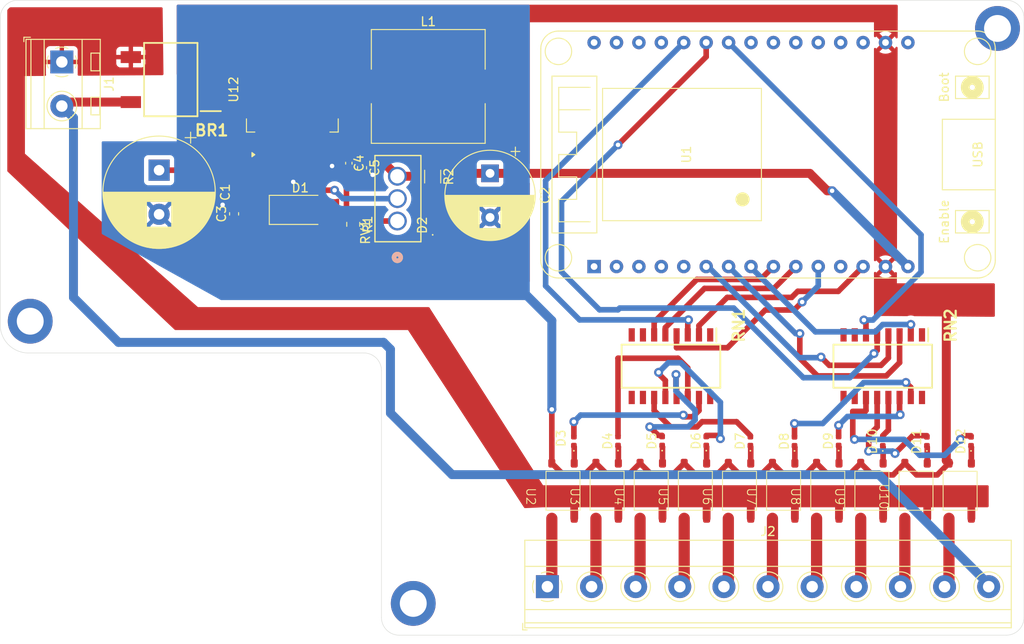
<source format=kicad_pcb>
(kicad_pcb (version 20240108) (generator "pcbnew") (generator_version "8.0")
  (layers (0 "F.Cu" signal) (31 "B.Cu" signal) (34 "B.Paste" user) (35 "F.Paste" user) (36 "B.SilkS" user "B.Silkscreen") (37 "F.SilkS" user "F.Silkscreen") (38 "B.Mask" user) (39 "F.Mask" user) (44 "Edge.Cuts" user))
  (net 0 "")
  (net 1 "VCC")
  (net 8 "Net-(C4-Pad2)")
  (net 9 "Net-(D2-A)")
  (net 21 "Net-(BR1-+)")
  (net 22 "Net-(D3-A)")
  (net 23 "Net-(D1-K)")
  (net 24 "Net-(J2-Pin_3)")
  (net 25 "Net-(J2-Pin_8)")
  (net 26 "Net-(J2-Pin_6)")
  (net 27 "Net-(J2-Pin_1)")
  (net 28 "Net-(J2-Pin_4)")
  (net 29 "Net-(J2-Pin_5)")
  (net 30 "Net-(J2-Pin_2)")
  (net 31 "Net-(J2-Pin_7)")
  (net 32 "Net-(J2-Pin_10)")
  (net 33 "Net-(J2-Pin_9)")
  (net 34 "Net-(D3-K)")
  (net 36 "Net-(D4-A)")
  (net 37 "Net-(U1-IO21)")
  (net 38 "Net-(U1-IO13)")
  (net 40 "Net-(U1-IO14)")
  (net 41 "Net-(U1-IO26)")
  (net 43 "Net-(U1-IO27)")
  (net 45 "Net-(D4-K)")
  (net 47 "Net-(D5-K)")
  (net 48 "Net-(D5-A)")
  (net 50 "Net-(D6-K)")
  (net 51 "Net-(D6-A)")
  (net 52 "Net-(D7-K)")
  (net 53 "Net-(U1-IO33)")
  (net 55 "Net-(U1-IO32)")
  (net 58 "Net-(D7-A)")
  (net 60 "Net-(U1-IO18)")
  (net 62 "Net-(D8-A)")
  (net 63 "Net-(U1-IO25)")
  (net 64 "Net-(D8-K)")
  (net 65 "Net-(U1-IO19)")
  (net 67 "GND")
  (net 68 "Net-(D9-A)")
  (net 69 "Net-(D9-K)")
  (net 70 "Net-(D10-A)")
  (net 71 "Net-(D10-K)")
  (net 72 "Net-(D11-A)")
  (net 73 "Net-(D11-K)")
  (net 74 "Net-(D12-K)")
  (net 75 "Net-(D12-A)")
  (net 76 "Net-(U12-FB)")
  (net 77 "GNDPWR")
  (net 78 "AC")
  (footprint "esp32_devkit_v1:esp32_devkit_v1" (layer "F.Cu") (at 164.29 97.5 90)
    (property "Reference" "U1")
    (property "Value" "ESP32_DevKit_V1_DOIT")
  )
  (footprint "LED_SMD:LED_0402_1005Metric" (layer "F.Cu") (at 162 130 90)
    (property "Reference" "D3")
    (property "Value" "LED")
  )
  (footprint "SSR:OR-M4XXA" (layer "F.Cu") (at 162.04 132.5 -90)
    (property "Reference" "U2")
    (property "Value" "~")
  )
  (footprint "LED_SMD:LED_0402_1005Metric" (layer "F.Cu") (at 192 129.985 90)
    (property "Reference" "D9")
    (property "Value" "LED")
  )
  (footprint "SSR:OR-M4XXA" (layer "F.Cu") (at 207.04 132.5 -90)
    (property "Reference" "U11" (hide yes))
    (property "Value" "~")
  )
  (footprint "Package_TO_SOT_SMD:TO-263-5_TabPin3" (layer "F.Cu") (at 130.1 90.125 90)
    (property "Reference" "U12")
    (property "Value" "LM2596S-ADJ")
  )
  (footprint "TerminalBlock_MetzConnect:TerminalBlock_MetzConnect_Type094_RT03502HBLU_1x02_P5.00mm_Horizontal" (layer "F.Cu") (at 103.98 87 -90)
    (property "Reference" "J1")
    (property "Value" "Screw_Terminal_01x02")
  )
  (footprint "LED_SMD:LED_0402_1005Metric" (layer "F.Cu") (at 182 130 90)
    (property "Reference" "D7")
    (property "Value" "LED")
  )
  (footprint "TerminalBlock_Phoenix:TerminalBlock_Phoenix_MKDS-1,5-11_1x11_P5.00mm_Horizontal" (layer "F.Cu") (at 159 146.5)
    (property "Reference" "J2")
    (property "Value" "Screw_Terminal_01x11")
  )
  (footprint "Resistor_SMD:R_0805_2012Metric" (layer "F.Cu") (at 137 105.4125 -90)
    (property "Reference" "R1")
    (property "Value" "510")
  )
  (footprint "Capacitor_THT:CP_Radial_D12.5mm_P5.00mm" (layer "F.Cu") (at 115 99.275 -90)
    (property "Reference" "C1")
    (property "Value" "1000 uF")
  )
  (footprint "SSR:OR-M4XXA" (layer "F.Cu") (at 202.04 132.5 -90)
    (property "Reference" "U10")
    (property "Value" "~")
  )
  (footprint "LED_SMD:LED_0402_1005Metric" (layer "F.Cu") (at 167 129.985 90)
    (property "Reference" "D4")
    (property "Value" "LED")
  )
  (footprint "LED_SMD:LED_0402_1005Metric" (layer "F.Cu") (at 187 130.015 90)
    (property "Reference" "D8")
    (property "Value" "LED")
  )
  (footprint "LED_SMD:LED_0402_1005Metric" (layer "F.Cu") (at 177 129.985 90)
    (property "Reference" "D6")
    (property "Value" "LED")
  )
  (footprint "Bridge_rectifier:SOP510P1040X260-4N" (layer "F.Cu") (at 116.325 89 180)
    (property "Reference" "BR1")
    (property "Value" "DF04S" (hide yes))
  )
  (footprint "Capacitor_SMD:C_0402_1005Metric" (layer "F.Cu") (at 136.5 98.48 -90)
    (property "Reference" "C4")
    (property "Value" "0.0033uF")
  )
  (footprint "LED_SMD:LED_0402_1005Metric" (layer "F.Cu") (at 207 130.015 90)
    (property "Reference" "D12")
    (property "Value" "LED")
  )
  (footprint "Resistor_Network:SOIC127P762X240-16N" (layer "F.Cu") (at 197 121.5 -90)
    (property "Reference" "RN2")
    (property "Value" "4816P-T02-681LF" (hide yes))
  )
  (footprint "Capacitor_SMD:C_0603_1608Metric" (layer "F.Cu") (at 138 99 -90)
    (property "Reference" "C5")
    (property "Value" "0.1uF")
  )
  (footprint "LED_SMD:LED_0402_1005Metric" (layer "F.Cu") (at 202 130.015 90)
    (property "Reference" "D11")
    (property "Value" "LED")
  )
  (footprint "LED_SMD:LED_0402_1005Metric" (layer "F.Cu") (at 146 105.515 90)
    (property "Reference" "D2")
    (property "Value" "LED")
  )
  (footprint "Inductor_SMD:L_Vishay_IHLP-5050" (layer "F.Cu") (at 145.5 89.775)
    (property "Reference" "L1")
    (property "Value" "33uH")
  )
  (footprint "Resistor_Network:SOIC127P762X240-16N" (layer "F.Cu") (at 173 121.5 -90)
    (property "Reference" "RN1")
    (property "Value" "4816P-T02-681LF" (hide yes))
  )
  (footprint "LED_SMD:LED_0402_1005Metric" (layer "F.Cu") (at 197 130.015 90)
    (property "Reference" "D10")
    (property "Value" "LED")
  )
  (footprint "Capacitor_THT:CP_Radial_D10.0mm_P5.00mm" (layer "F.Cu") (at 152.5 99.6323 -90)
    (property "Reference" "C2")
    (property "Value" "220uF")
  )
  (footprint "Capacitor_SMD:C_0603_1608Metric" (layer "F.Cu") (at 123.5 104.225 90)
    (property "Reference" "C3")
    (property "Value" "0.1uF")
  )
  (footprint "SSR:OR-M4XXA" (layer "F.Cu") (at 187.04 132.5 -90)
    (property "Reference" "U7")
    (property "Value" "~")
  )
  (footprint "SSR:OR-M4XXA" (layer "F.Cu") (at 172.04 132.5 -90)
    (property "Reference" "U4")
    (property "Value" "~")
  )
  (footprint "Resistor_SMD:R_1206_3216Metric" (layer "F.Cu") (at 146 100 -90)
    (property "Reference" "R2")
    (property "Value" "1k")
  )
  (footprint "SSR:OR-M4XXA" (layer "F.Cu") (at 197.04 132.5 -90)
    (property "Reference" "U9")
    (property "Value" "~")
  )
  (footprint "SSR:OR-M4XXA" (layer "F.Cu") (at 182.04 132.5 -90)
    (property "Reference" "U6")
    (property "Value" "~")
  )
  (footprint "SSR:OR-M4XXA" (layer "F.Cu") (at 177.04 132.5 -90)
    (property "Reference" "U5")
    (property "Value" "~")
  )
  (footprint "Potentiometer:RES3_PV36W103C01B00_BRN" (layer "F.Cu") (at 142 105.04 90)
    (property "Reference" "RV1")
    (property "Value" "10k")
  )
  (footprint "SSR:OR-M4XXA" (layer "F.Cu") (at 192.04 132.5 -90)
    (property "Reference" "U8")
    (property "Value" "~")
  )
  (footprint "Diode_SMD:D_SMA" (layer "F.Cu") (at 131 103.775)
    (property "Reference" "D1")
    (property "Value" "SS34")
  )
  (footprint "LED_SMD:LED_0402_1005Metric" (layer "F.Cu") (at 172 129.985 90)
    (property "Reference" "D5")
    (property "Value" "LED")
  )
  (footprint "SSR:OR-M4XXA" (layer "F.Cu") (at 167.04 132.5 -90)
    (property "Reference" "U3")
    (property "Value" "~")
  )
  (gr_line (start 140.2 122) (end 140.2 150) (stroke (width 0.05)) (layer "Edge.Cuts"))
  (gr_arc (start 138.2 120) (mid 139.614214 120.585786) (end 140.2 122) (stroke (width 0.05)) (layer "Edge.Cuts"))
  (gr_line (start 99 80) (end 211 80) (stroke (width 0.05)) (layer "Edge.Cuts"))
  (gr_arc (start 97 82) (mid 97.585786 80.585786) (end 99 80) (stroke (width 0.05)) (layer "Edge.Cuts"))
  (gr_line (start 100.2 120) (end 138.2 120) (stroke (width 0.05)) (layer "Edge.Cuts"))
  (gr_arc (start 142.2 152) (mid 140.785786 151.414214) (end 140.2 150) (stroke (width 0.05)) (layer "Edge.Cuts"))
  (gr_line (start 97 116.8) (end 97 82) (stroke (width 0.05)) (layer "Edge.Cuts"))
  (gr_arc (start 213 150) (mid 212.414214 151.414214) (end 211 152) (stroke (width 0.05)) (layer "Edge.Cuts"))
  (gr_arc (start 100.2 120) (mid 97.937258 119.062742) (end 97 116.8) (stroke (width 0.05)) (layer "Edge.Cuts"))
  (gr_arc (start 211 80) (mid 212.414214 80.585786) (end 213 82) (stroke (width 0.05)) (layer "Edge.Cuts"))
  (gr_line (start 213 82) (end 213 150) (stroke (width 0.05)) (layer "Edge.Cuts"))
  (gr_line (start 211 152) (end 155 152) (stroke (width 0.05)) (layer "Edge.Cuts"))
  (gr_line (start 155 152) (end 142.2 152) (stroke (width 0.05)) (layer "Edge.Cuts"))
  (via (at 143.8 148.4) (size 5.08) (drill 3.048) (layers "F.Cu" "B.Cu") (net 0))
  (via (at 100.4 116.4) (size 5.08) (drill 3.048) (layers "F.Cu" "B.Cu") (net 0))
  (via (at 210 83.2) (size 5.08) (drill 3.048) (layers "F.Cu" "B.Cu") (net 0))
  (segment (start 152.5 99.6323) (end 147.095 99.6323) (width 1.016) (layer "F.Cu") (net 1))
  (segment (start 139.44 97.4) (end 142 99.96) (width 1.016) (layer "F.Cu") (net 1))
  (segment (start 188.7298 99.6323) (end 152.5 99.6323) (width 1.016) (layer "F.Cu") (net 1))
  (segment (start 144.578 99.96) (end 142 99.96) (width 1.016) (layer "F.Cu") (net 1))
  (segment (start 190.7059 101.6084) (end 191.2584 101.6084) (width 1.016) (layer "F.Cu") (net 1))
  (segment (start 136.5 98) (end 136.5 97.7) (width 1.016) (layer "F.Cu") (net 1))
  (segment (start 151.215 89.775) (end 151.215 93.3225) (width 1.016) (layer "F.Cu") (net 1))
  (segment (start 151.215 93.3225) (end 146 98.5375) (width 1.016) (layer "F.Cu") (net 1))
  (segment (start 137.754 97.9791) (end 138 98.225) (width 1.016) (layer "F.Cu") (net 1))
  (segment (start 137.754 97.954) (end 137.754 97.9791) (width 1.016) (layer "F.Cu") (net 1))
  (segment (start 137 97.2) (end 137.754 97.954) (width 1.016) (layer "F.Cu") (net 1))
  (segment (start 188.7298 99.6323) (end 190.7059 101.6084) (width 1.016) (layer "F.Cu") (net 1))
  (segment (start 136.5 97.7) (end 137 97.2) (width 1.016) (layer "F.Cu") (net 1))
  (segment (start 137.754 97.9791) (end 138.3331 97.4) (width 1.016) (layer "F.Cu") (net 1))
  (segment (start 147.095 99.6323) (end 146 98.5375) (width 1.016) (layer "F.Cu") (net 1))
  (segment (start 138.3331 97.4) (end 139.44 97.4) (width 1.016) (layer "F.Cu") (net 1))
  (segment (start 146 98.5375) (end 144.578 99.96) (width 1.016) (layer "F.Cu") (net 1))
  (segment (start 137.511 97.9791) (end 137.754 97.9791) (width 1.016) (layer "F.Cu") (net 1))
  (via (at 191.2584 101.6084) (size 1.016) (drill 0.508) (layers "F.Cu" "B.Cu") (net 1))
  (segment (start 191.2584 101.6084) (end 199.85 110.2) (width 1.016) (layer "B.Cu") (net 1))
  (segment (start 142 105.04) (end 137.54 105.04) (width 0.635) (layer "F.Cu") (net 8))
  (segment (start 136.232 99.2283) (end 136.232 103.732) (width 0.635) (layer "F.Cu") (net 8))
  (segment (start 136.232 99.2283) (end 136.5 98.96) (width 0.5608) (layer "F.Cu") (net 8))
  (segment (start 137.54 105.04) (end 137 104.5) (width 0.635) (layer "F.Cu") (net 8))
  (segment (start 136.232 103.732) (end 137 104.5) (width 0.635) (layer "F.Cu") (net 8))
  (segment (start 146 101.4625) (end 146 104.8795) (width 0.635) (layer "F.Cu") (net 9))
  (segment (start 117.09 99.3854) (end 117.09 100.89) (width 0.635) (layer "F.Cu") (net 21))
  (segment (start 116.98 99.275) (end 117.09 99.3854) (width 0.635) (layer "F.Cu") (net 21))
  (segment (start 115 99.275) (end 116.98 99.275) (width 0.635) (layer "F.Cu") (net 21))
  (segment (start 117.09 100.89) (end 121.2 105) (width 0.635) (layer "F.Cu") (net 21))
  (segment (start 121.2 105) (end 123.5 105) (width 0.635) (layer "F.Cu") (net 21))
  (segment (start 122.7 91.55) (end 122.7 93.7752) (width 0.635) (layer "F.Cu") (net 21))
  (segment (start 122.7 93.7752) (end 117.09 99.3854) (width 0.635) (layer "F.Cu") (net 21))
  (segment (start 120.85 91.55) (end 122.7 91.55) (width 0.635) (layer "F.Cu") (net 21))
  (segment (start 122.7 93.7752) (end 126.7 97.775) (width 0.635) (layer "F.Cu") (net 21))
  (segment (start 174.5905 127.2365) (end 174.4 127.046) (width 0.635) (layer "F.Cu") (net 22))
  (segment (start 175.47 127.2365) (end 174.5905 127.2365) (width 0.635) (layer "F.Cu") (net 22))
  (segment (start 162 127.8) (end 162 129.3645) (width 0.635) (layer "F.Cu") (net 22))
  (segment (start 176.175 126.5315) (end 175.47 127.2365) (width 0.635) (layer "F.Cu") (net 22))
  (segment (start 176.175 125.048) (end 176.175 126.5315) (width 0.635) (layer "F.Cu") (net 22))
  (via (at 174.4 127.046) (size 1.016) (drill 0.508) (layers "F.Cu" "B.Cu") (net 22))
  (via (at 162 127.8) (size 1.016) (drill 0.508) (layers "F.Cu" "B.Cu") (net 22))
  (segment (start 162.754 127.046) (end 162 127.8) (width 0.635) (layer "B.Cu") (net 22))
  (segment (start 174.4 127.046) (end 162.754 127.046) (width 0.635) (layer "B.Cu") (net 22))
  (segment (start 137.419 94.4908) (end 129.270464 94.4908) (width 0.635) (layer "F.Cu") (net 23))
  (segment (start 128.4 95.361264) (end 128.4 97.775) (width 0.635) (layer "F.Cu") (net 23))
  (segment (start 128.4 103.175) (end 128.4 97.775) (width 0.635) (layer "F.Cu") (net 23))
  (segment (start 129 103.775) (end 128.4 103.175) (width 0.635) (layer "F.Cu") (net 23))
  (segment (start 129.270464 94.4908) (end 128.4 95.361264) (width 0.635) (layer "F.Cu") (net 23))
  (segment (start 139.785 92.1252) (end 137.419 94.4908) (width 0.635) (layer "F.Cu") (net 23))
  (segment (start 139.785 89.775) (end 139.785 92.1252) (width 0.635) (layer "F.Cu") (net 23))
  (segment (start 169.5 146.5) (end 169.5 138.75) (width 1.27) (layer "F.Cu") (net 24))
  (segment (start 194.5 146.5) (end 194.5 138.75) (width 1.27) (layer "F.Cu") (net 25))
  (segment (start 184.5 146.5) (end 184.5 138.75) (width 1.27) (layer "F.Cu") (net 26))
  (segment (start 159.5 146.5) (end 159.5 138.75) (width 1.27) (layer "F.Cu") (net 27))
  (segment (start 174.5 146.5) (end 174.5 138.75) (width 1.27) (layer "F.Cu") (net 28))
  (segment (start 179.5 146.5) (end 179.5 138.75) (width 1.27) (layer "F.Cu") (net 29))
  (segment (start 164.5 146.5) (end 164.5 138.75) (width 1.27) (layer "F.Cu") (net 30))
  (segment (start 189.5 146.5) (end 189.5 138.75) (width 1.27) (layer "F.Cu") (net 31))
  (segment (start 204.5 146.5) (end 204.5 138.75) (width 1.27) (layer "F.Cu") (net 32))
  (segment (start 199.5 146.5) (end 199.5 138.75) (width 1.27) (layer "F.Cu") (net 33))
  (segment (start 162.04 130.6755) (end 162 130.6355) (width 0.635) (layer "F.Cu") (net 34))
  (segment (start 162.04 132.5) (end 162.04 130.6755) (width 0.635) (layer "F.Cu") (net 34))
  (segment (start 167 120.6) (end 167 129.3495) (width 0.635) (layer "F.Cu") (net 36))
  (segment (start 174.905 121.705) (end 173.8 120.6) (width 0.635) (layer "F.Cu") (net 36))
  (segment (start 173.8 120.6) (end 167 120.6) (width 0.635) (layer "F.Cu") (net 36))
  (segment (start 174.905 125.048) (end 174.905 121.705) (width 0.635) (layer "F.Cu") (net 36))
  (segment (start 174.905 116.325) (end 174.905 117.952) (width 0.635) (layer "F.Cu") (net 37))
  (segment (start 174.985 116.245) (end 174.905 116.325) (width 0.635) (layer "F.Cu") (net 37))
  (via (at 174.985 116.245) (size 1.016) (drill 0.508) (layers "F.Cu" "B.Cu") (net 37))
  (segment (start 158.8 112.4) (end 162.645 116.245) (width 0.635) (layer "B.Cu") (net 37))
  (segment (start 158.8 100.45) (end 158.8 112.4) (width 0.635) (layer "B.Cu") (net 37))
  (segment (start 162.645 116.245) (end 174.985 116.245) (width 0.635) (layer "B.Cu") (net 37))
  (segment (start 174.45 84.8) (end 158.8 100.45) (width 0.635) (layer "B.Cu") (net 37))
  (segment (start 179.375 113.698) (end 176.175 116.898) (width 0.635) (layer "F.Cu") (net 38))
  (segment (start 191.96 113.01) (end 187.366 113.01) (width 0.635) (layer "F.Cu") (net 38))
  (segment (start 187.366 113.01) (end 186.679 113.698) (width 0.635) (layer "F.Cu") (net 38))
  (segment (start 194.77 110.2) (end 191.96 113.01) (width 0.635) (layer "F.Cu") (net 38))
  (segment (start 186.679 113.698) (end 179.375 113.698) (width 0.635) (layer "F.Cu") (net 38))
  (segment (start 176.175 116.898) (end 176.175 117.952) (width 0.635) (layer "F.Cu") (net 38))
  (segment (start 183.688 115.128) (end 186.957 115.128) (width 0.635) (layer "F.Cu") (net 40))
  (segment (start 186.957 115.128) (end 187.867 114.218) (width 0.635) (layer "F.Cu") (net 40))
  (segment (start 173.635 117.952) (end 173.635 119.405) (width 0.635) (layer "F.Cu") (net 40))
  (segment (start 179.412 119.405) (end 183.688 115.128) (width 0.635) (layer "F.Cu") (net 40))
  (segment (start 173.635 119.405) (end 179.412 119.405) (width 0.635) (layer "F.Cu") (net 40))
  (via (at 187.867 114.218) (size 1.016) (drill 0.508) (layers "F.Cu" "B.Cu") (net 40))
  (segment (start 189.69 112.395) (end 187.867 114.218) (width 0.635) (layer "B.Cu") (net 40))
  (segment (start 189.69 110.2) (end 189.69 112.395) (width 0.635) (layer "B.Cu") (net 40))
  (segment (start 183.148 111.662) (end 175.932 111.662) (width 0.635) (layer "F.Cu") (net 41))
  (segment (start 175.932 111.662) (end 171.095 116.499) (width 0.635) (layer "F.Cu") (net 41))
  (segment (start 171.095 116.499) (end 171.095 117.952) (width 0.635) (layer "F.Cu") (net 41))
  (segment (start 184.61 110.2) (end 183.148 111.662) (width 0.635) (layer "F.Cu") (net 41))
  (segment (start 187.15 110.2) (end 184.67 112.68) (width 0.635) (layer "F.Cu") (net 43))
  (segment (start 176.803 112.68) (end 172.365 117.118) (width 0.635) (layer "F.Cu") (net 43))
  (segment (start 184.67 112.68) (end 176.803 112.68) (width 0.635) (layer "F.Cu") (net 43))
  (segment (start 172.365 117.118) (end 172.365 117.952) (width 0.635) (layer "F.Cu") (net 43))
  (segment (start 167.04 130.6605) (end 167 130.6205) (width 0.635) (layer "F.Cu") (net 45))
  (segment (start 167.04 132.5) (end 167.04 130.6605) (width 0.635) (layer "F.Cu") (net 45))
  (segment (start 172.04 130.6605) (end 172 130.6205) (width 0.635) (layer "F.Cu") (net 47))
  (segment (start 172.04 132.5) (end 172.04 130.6605) (width 0.635) (layer "F.Cu") (net 47))
  (segment (start 173.5715 122.442927) (end 173.5715 123.9715) (width 0.635) (layer "F.Cu") (net 48))
  (segment (start 173.5715 123.9715) (end 173.635 124.035) (width 0.635) (layer "F.Cu") (net 48))
  (segment (start 170.6 128.3795) (end 171.57 129.3495) (width 0.635) (layer "F.Cu") (net 48))
  (segment (start 173.635 124.035) (end 173.635 125.048) (width 0.635) (layer "F.Cu") (net 48))
  (segment (start 171.57 129.3495) (end 172 129.3495) (width 0.635) (layer "F.Cu") (net 48))
  (via (at 170.6 128.3795) (size 1.016) (drill 0.508) (layers "F.Cu" "B.Cu") (net 48))
  (via (at 173.5715 122.442927) (size 1.016) (drill 0.508) (layers "F.Cu" "B.Cu") (net 48))
  (segment (start 174.952354 128.3795) (end 170.6 128.3795) (width 0.635) (layer "B.Cu") (net 48))
  (segment (start 175.7335 126.493646) (end 175.7335 127.598354) (width 0.635) (layer "B.Cu") (net 48))
  (segment (start 175.7335 127.598354) (end 174.952354 128.3795) (width 0.635) (layer "B.Cu") (net 48))
  (segment (start 173.5715 124.331646) (end 175.7335 126.493646) (width 0.635) (layer "B.Cu") (net 48))
  (segment (start 173.5715 122.442927) (end 173.5715 124.331646) (width 0.635) (layer "B.Cu") (net 48))
  (segment (start 177.04 130.6605) (end 177 130.6205) (width 0.635) (layer "F.Cu") (net 50))
  (segment (start 177.04 132.5) (end 177.04 130.6605) (width 0.635) (layer "F.Cu") (net 50))
  (segment (start 178.2365 129.3495) (end 177 129.3495) (width 0.635) (layer "F.Cu") (net 51))
  (segment (start 172.365 125.048) (end 172.365 123.122281) (width 0.635) (layer "F.Cu") (net 51))
  (segment (start 178.6 129.713) (end 178.2365 129.3495) (width 0.635) (layer "F.Cu") (net 51))
  (segment (start 171.6 122.357281) (end 171.6 122.2) (width 0.635) (layer "F.Cu") (net 51))
  (segment (start 172.365 123.122281) (end 171.6 122.357281) (width 0.635) (layer "F.Cu") (net 51))
  (via (at 178.6 129.713) (size 1.016) (drill 0.508) (layers "F.Cu" "B.Cu") (net 51))
  (via (at 171.6 122.2) (size 1.016) (drill 0.508) (layers "F.Cu" "B.Cu") (net 51))
  (segment (start 172.690573 121.109427) (end 171.6 122.2) (width 0.635) (layer "B.Cu") (net 51))
  (segment (start 178.6 129.713) (end 178.6 125.585573) (width 0.635) (layer "B.Cu") (net 51))
  (segment (start 178.6 125.585573) (end 174.123854 121.109427) (width 0.635) (layer "B.Cu") (net 51))
  (segment (start 174.123854 121.109427) (end 172.690573 121.109427) (width 0.635) (layer "B.Cu") (net 51))
  (segment (start 182.04 130.6755) (end 182 130.6355) (width 0.635) (layer "F.Cu") (net 52))
  (segment (start 182.04 132.5) (end 182.04 130.6755) (width 0.635) (layer "F.Cu") (net 52))
  (segment (start 187.6 117.8) (end 187.6 120.6) (width 0.635) (layer "F.Cu") (net 53))
  (segment (start 197.4 122.6) (end 198.905 121.095) (width 0.635) (layer "F.Cu") (net 53))
  (segment (start 187.6 120.6) (end 189.6 122.6) (width 0.635) (layer "F.Cu") (net 53))
  (segment (start 198.905 121.095) (end 198.905 117.952) (width 0.635) (layer "F.Cu") (net 53))
  (segment (start 189.6 122.6) (end 197.4 122.6) (width 0.635) (layer "F.Cu") (net 53))
  (via (at 187.6 117.8) (size 1.016) (drill 0.508) (layers "F.Cu" "B.Cu") (net 53))
  (segment (start 187.6 117.8) (end 187.13 117.8) (width 0.635) (layer "B.Cu") (net 53))
  (segment (start 187.13 117.8) (end 179.53 110.2) (width 0.635) (layer "B.Cu") (net 53))
  (segment (start 197.635 120.565) (end 197.635 117.952) (width 0.635) (layer "F.Cu") (net 55))
  (segment (start 196.8 121.4) (end 197.635 120.565) (width 0.635) (layer "F.Cu") (net 55))
  (segment (start 190.9335 121.4) (end 196.8 121.4) (width 0.635) (layer "F.Cu") (net 55))
  (segment (start 190 120.4665) (end 190.9335 121.4) (width 0.635) (layer "F.Cu") (net 55))
  (via (at 190 120.4665) (size 1.016) (drill 0.508) (layers "F.Cu" "B.Cu") (net 55))
  (segment (start 189.9345 120.532) (end 187.532 120.532) (width 0.635) (layer "B.Cu") (net 55))
  (segment (start 190 120.4665) (end 189.9345 120.532) (width 0.635) (layer "B.Cu") (net 55))
  (segment (start 187.532 120.532) (end 177.2 110.2) (width 0.635) (layer "B.Cu") (net 55))
  (segment (start 177.2 110.2) (end 176.99 110.2) (width 0.635) (layer "B.Cu") (net 55))
  (segment (start 171.095 126.5315) (end 172.943 128.3795) (width 0.635) (layer "F.Cu") (net 58))
  (segment (start 180.4355 127.8) (end 182 129.3645) (width 0.635) (layer "F.Cu") (net 58))
  (segment (start 175.943446 128.3795) (end 176.522946 127.8) (width 0.635) (layer "F.Cu") (net 58))
  (segment (start 171.095 125.048) (end 171.095 126.5315) (width 0.635) (layer "F.Cu") (net 58))
  (segment (start 172.943 128.3795) (end 175.943446 128.3795) (width 0.635) (layer "F.Cu") (net 58))
  (segment (start 176.522946 127.8) (end 180.4355 127.8) (width 0.635) (layer "F.Cu") (net 58))
  (segment (start 195.095 117.952) (end 195.095 116.4993) (width 0.635) (layer "F.Cu") (net 60))
  (segment (start 194.8619 116.2662) (end 195.095 116.4993) (width 0.635) (layer "F.Cu") (net 60))
  (via (at 194.8619 116.2662) (size 1.016) (drill 0.508) (layers "F.Cu" "B.Cu") (net 60))
  (segment (start 195.8864 116.2661) (end 194.8619 116.2661) (width 0.635) (layer "B.Cu") (net 60))
  (segment (start 194.8619 116.2661) (end 194.8619 116.2662) (width 0.635) (layer "B.Cu") (net 60))
  (segment (start 201.3323 110.8202) (end 195.8864 116.2661) (width 0.635) (layer "B.Cu") (net 60))
  (segment (start 201.3323 106.6023) (end 201.3323 110.8202) (width 0.635) (layer "B.Cu") (net 60))
  (segment (start 179.53 84.8) (end 201.3323 106.6023) (width 0.635) (layer "B.Cu") (net 60))
  (segment (start 200.175 123.902169) (end 199.620255 123.347424) (width 0.635) (layer "F.Cu") (net 62))
  (segment (start 187 128) (end 187 129.3795) (width 0.635) (layer "F.Cu") (net 62))
  (segment (start 200.175 125.048) (end 200.175 123.902169) (width 0.635) (layer "F.Cu") (net 62))
  (via (at 199.620255 123.347424) (size 1.016) (drill 0.508) (layers "F.Cu" "B.Cu") (net 62))
  (via (at 187 128) (size 1.016) (drill 0.508) (layers "F.Cu" "B.Cu") (net 62))
  (segment (start 190.2 128) (end 187 128) (width 0.635) (layer "B.Cu") (net 62))
  (segment (start 194.852576 123.347424) (end 190.2 128) (width 0.635) (layer "B.Cu") (net 62))
  (segment (start 199.620255 123.347424) (end 194.852576 123.347424) (width 0.635) (layer "B.Cu") (net 62))
  (segment (start 200.175 116.76839) (end 200.175 117.952) (width 0.635) (layer "F.Cu") (net 63))
  (segment (start 200.174999 116.768389) (end 200.175 116.76839) (width 0.635) (layer "F.Cu") (net 63))
  (via (at 200.174999 116.768389) (size 1.016) (drill 0.508) (layers "F.Cu" "B.Cu") (net 63))
  (segment (start 189.362846 117.5997) (end 182.07 110.306854) (width 0.635) (layer "B.Cu") (net 63))
  (segment (start 200.174999 116.768389) (end 197.000557 116.768389) (width 0.635) (layer "B.Cu") (net 63))
  (segment (start 196.169246 117.5997) (end 189.362846 117.5997) (width 0.635) (layer "B.Cu") (net 63))
  (segment (start 197.000557 116.768389) (end 196.169246 117.5997) (width 0.635) (layer "B.Cu") (net 63))
  (segment (start 182.07 110.306854) (end 182.07 110.2) (width 0.635) (layer "B.Cu") (net 63))
  (segment (start 187.04 132.5) (end 187.04 130.6905) (width 0.635) (layer "F.Cu") (net 64))
  (segment (start 187.04 130.6905) (end 187 130.6505) (width 0.635) (layer "F.Cu") (net 64))
  (segment (start 176.99 84.8) (end 176.99 86.41) (width 0.635) (layer "F.Cu") (net 65))
  (segment (start 196 120.0665) (end 196.365 119.7015) (width 0.635) (layer "F.Cu") (net 65))
  (segment (start 176.99 86.41) (end 167 96.4) (width 0.635) (layer "F.Cu") (net 65))
  (segment (start 196.365 119.7015) (end 196.365 117.952) (width 0.635) (layer "F.Cu") (net 65))
  (via (at 167 96.4) (size 1.016) (drill 0.508) (layers "F.Cu" "B.Cu") (net 65))
  (via (at 196 120.0665) (size 1.016) (drill 0.508) (layers "F.Cu" "B.Cu") (net 65))
  (segment (start 167 96.4) (end 160.6 102.8) (width 0.635) (layer "B.Cu") (net 65))
  (segment (start 160.6 102.8) (end 160.6 110.8) (width 0.635) (layer "B.Cu") (net 65))
  (segment (start 188 122.8) (end 193.2665 122.8) (width 0.635) (layer "B.Cu") (net 65))
  (segment (start 180.1115 114.9115) (end 188 122.8) (width 0.635) (layer "B.Cu") (net 65))
  (segment (start 167 115.102) (end 167.1905 114.9115) (width 0.635) (layer "B.Cu") (net 65))
  (segment (start 160.6 110.8) (end 164.902 115.102) (width 0.635) (layer "B.Cu") (net 65))
  (segment (start 193.2665 122.8) (end 196 120.0665) (width 0.635) (layer "B.Cu") (net 65))
  (segment (start 167.1905 114.9115) (end 180.1115 114.9115) (width 0.635) (layer "B.Cu") (net 65))
  (segment (start 164.902 115.102) (end 167 115.102) (width 0.635) (layer "B.Cu") (net 65))
  (segment (start 195.8255 133.8255) (end 198.1745 133.8255) (width 0.635) (layer "F.Cu") (net 67))
  (segment (start 122.396 103.2) (end 122.2 103.2) (width 0.635) (layer "F.Cu") (net 67))
  (segment (start 164.5 132.5) (end 165.8255 133.8255) (width 0.635) (layer "F.Cu") (net 67))
  (segment (start 198.1745 133.8255) (end 199.5 132.5) (width 0.635) (layer "F.Cu") (net 67))
  (segment (start 183.1745 133.8255) (end 184.5 132.5) (width 0.635) (layer "F.Cu") (net 67))
  (segment (start 163.1745 133.8255) (end 164.5 132.5) (width 0.635) (layer "F.Cu") (net 67))
  (segment (start 122.2 103.2) (end 122.2 103.004) (width 0.635) (layer "F.Cu") (net 67))
  (segment (start 139.2 99.8) (end 138.025 99.8) (width 0.635) (layer "F.Cu") (net 67))
  (segment (start 159.5 132.5) (end 159.5 126.4) (width 0.635) (layer "F.Cu") (net 67))
  (segment (start 199.5 132.5) (end 200.8255 133.8255) (width 0.635) (layer "F.Cu") (net 67))
  (segment (start 130.1 97.775) (end 130.2 100.6) (width 1.016) (layer "F.Cu") (net 67))
  (segment (start 179.5 132.5) (end 180.8255 133.8255) (width 0.635) (layer "F.Cu") (net 67))
  (segment (start 134.6 98.8) (end 134.525 98.8) (width 1.016) (layer "F.Cu") (net 67))
  (segment (start 174.5 132.5) (end 175.8255 133.8255) (width 0.635) (layer "F.Cu") (net 67))
  (segment (start 123.5 103.45) (end 122.45 103.45) (width 0.635) (layer "F.Cu") (net 67))
  (segment (start 189.5 132.5) (end 190.8255 133.8255) (width 0.635) (layer "F.Cu") (net 67))
  (segment (start 170.8255 133.8255) (end 173.1745 133.8255) (width 0.635) (layer "F.Cu") (net 67))
  (segment (start 188.1745 133.8255) (end 189.5 132.5) (width 0.635) (layer "F.Cu") (net 67))
  (segment (start 190.8255 133.8255) (end 193.1745 133.8255) (width 0.635) (layer "F.Cu") (net 67))
  (segment (start 185.8255 133.8255) (end 188.1745 133.8255) (width 0.635) (layer "F.Cu") (net 67))
  (segment (start 204.4665 132.4665) (end 204.2 132.2) (width 1.016) (layer "F.Cu") (net 67))
  (segment (start 184.5 132.5) (end 185.8255 133.8255) (width 0.635) (layer "F.Cu") (net 67))
  (segment (start 173.1745 133.8255) (end 174.5 132.5) (width 0.635) (layer "F.Cu") (net 67))
  (segment (start 200.8255 133.8255) (end 203.1745 133.8255) (width 0.635) (layer "F.Cu") (net 67))
  (segment (start 178.1745 133.8255) (end 179.5 132.5) (width 0.635) (layer "F.Cu") (net 67))
  (segment (start 203.1745 133.8255) (end 204.5 132.5) (width 0.635) (layer "F.Cu") (net 67))
  (segment (start 134.6 98.8) (end 134.692 98.8) (width 1.016) (layer "F.Cu") (net 67))
  (segment (start 175.8255 133.8255) (end 178.1745 133.8255) (width 0.635) (layer "F.Cu") (net 67))
  (segment (start 204.4665 114.8665) (end 204.4 114.8) (width 0.635) (layer "F.Cu") (net 67))
  (segment (start 134.525 98.8) (end 133.5 97.775) (width 1.016) (layer "F.Cu") (net 67))
  (segment (start 180.8255 133.8255) (end 183.1745 133.8255) (width 0.635) (layer "F.Cu") (net 67))
  (segment (start 169.5 132.5) (end 170.8255 133.8255) (width 0.635) (layer "F.Cu") (net 67))
  (segment (start 168.1745 133.8255) (end 169.5 132.5) (width 0.635) (layer "F.Cu") (net 67))
  (segment (start 138.025 99.8) (end 138 99.775) (width 0.635) (layer "F.Cu") (net 67))
  (segment (start 165.8255 133.8255) (end 168.1745 133.8255) (width 0.635) (layer "F.Cu") (net 67))
  (segment (start 130.2 100.6) (end 130.1 100.609) (width 1.016) (layer "F.Cu") (net 67))
  (segment (start 193.1745 133.8255) (end 194.5 132.5) (width 0.635) (layer "F.Cu") (net 67))
  (segment (start 160.8255 133.8255) (end 163.1745 133.8255) (width 0.635) (layer "F.Cu") (net 67))
  (segment (start 204.2 132.2) (end 204.2 115.133) (width 1.016) (layer "F.Cu") (net 67))
  (segment (start 204.5 132.5) (end 204.4665 132.4665) (width 0.635) (layer "F.Cu") (net 67))
  (segment (start 159.5 132.5) (end 160.8255 133.8255) (width 0.635) (layer "F.Cu") (net 67))
  (segment (start 194.5 132.5) (end 195.8255 133.8255) (width 0.635) (layer "F.Cu") (net 67))
  (segment (start 122.45 103.45) (end 122.2 103.2) (width 0.635) (layer "F.Cu") (net 67))
  (segment (start 204.2 115.133) (end 204.4665 114.8665) (width 1.016) (layer "F.Cu") (net 67))
  (segment (start 134.692 98.8) (end 134.564 98.672) (width 1.016) (layer "F.Cu") (net 67))
  (via (at 130.2 100.6) (size 1.016) (drill 0.508) (layers "F.Cu" "B.Cu") (net 67))
  (via (at 139.2 99.8) (size 1.016) (drill 0.508) (layers "F.Cu" "B.Cu") (net 67))
  (via (at 159.5 126.4) (size 1.016) (drill 0.508) (layers "F.Cu" "B.Cu") (net 67))
  (via (at 134.6 98.8) (size 1.016) (drill 0.508) (layers "F.Cu" "B.Cu") (net 67))
  (via (at 122.2 103.2) (size 1.016) (drill 0.508) (layers "F.Cu" "B.Cu") (net 67))
  (segment (start 159.5 116.323) (end 154.933 111.756) (width 1.016) (layer "B.Cu") (net 67))
  (segment (start 159.5 126.4) (end 159.5 116.323) (width 1.016) (layer "B.Cu") (net 67))
  (segment (start 192 128.2) (end 192 129.3495) (width 0.635) (layer "F.Cu") (net 68))
  (segment (start 198.905 126.9365) (end 198.9685 127) (width 0.635) (layer "F.Cu") (net 68))
  (segment (start 198.905 125.048) (end 198.905 126.9365) (width 0.635) (layer "F.Cu") (net 68))
  (via (at 198.9685 127) (size 1.016) (drill 0.508) (layers "F.Cu" "B.Cu") (net 68))
  (via (at 192 128.2) (size 1.016) (drill 0.508) (layers "F.Cu" "B.Cu") (net 68))
  (segment (start 193 127.2) (end 192 128.2) (width 0.635) (layer "B.Cu") (net 68))
  (segment (start 198.7685 127.2) (end 193 127.2) (width 0.635) (layer "B.Cu") (net 68))
  (segment (start 198.9685 127) (end 198.7685 127.2) (width 0.635) (layer "B.Cu") (net 68))
  (segment (start 192.04 130.6605) (end 192 130.6205) (width 0.635) (layer "F.Cu") (net 69))
  (segment (start 192.04 132.5) (end 192.04 130.6605) (width 0.635) (layer "F.Cu") (net 69))
  (segment (start 197.635 128.7445) (end 197 129.3795) (width 0.635) (layer "F.Cu") (net 70))
  (segment (start 197.635 125.048) (end 197.635 128.7445) (width 0.635) (layer "F.Cu") (net 70))
  (segment (start 197.04 130.6905) (end 197 130.6505) (width 0.635) (layer "F.Cu") (net 71))
  (segment (start 197.04 132.5) (end 197.04 130.6905) (width 0.635) (layer "F.Cu") (net 71))
  (segment (start 198.388535 131.389812) (end 200.398847 129.3795) (width 0.635) (layer "F.Cu") (net 72))
  (segment (start 195.4 129.363054) (end 195.4 131.1335) (width 0.635) (layer "F.Cu") (net 72))
  (segment (start 196.365 128.398054) (end 195.4 129.363054) (width 0.635) (layer "F.Cu") (net 72))
  (segment (start 200.398847 129.3795) (end 202 129.3795) (width 0.635) (layer "F.Cu") (net 72))
  (segment (start 196.365 125.048) (end 196.365 128.398054) (width 0.635) (layer "F.Cu") (net 72))
  (via (at 198.388535 131.389812) (size 1.016) (drill 0.508) (layers "F.Cu" "B.Cu") (net 72))
  (via (at 195.4 131.1335) (size 1.016) (drill 0.508) (layers "F.Cu" "B.Cu") (net 72))
  (segment (start 198.132223 131.1335) (end 198.388535 131.389812) (width 0.635) (layer "B.Cu") (net 72))
  (segment (start 195.4 131.1335) (end 198.132223 131.1335) (width 0.635) (layer "B.Cu") (net 72))
  (segment (start 202.04 130.6905) (end 202 130.6505) (width 0.635) (layer "F.Cu") (net 73))
  (segment (start 202.04 132.5) (end 202.04 130.6905) (width 0.635) (layer "F.Cu") (net 73))
  (segment (start 207.04 130.6905) (end 207 130.6505) (width 0.635) (layer "F.Cu") (net 74))
  (segment (start 207.04 132.5) (end 207.04 130.6905) (width 0.635) (layer "F.Cu") (net 74))
  (segment (start 195.095 126.5315) (end 195.095 125.048) (width 0.635) (layer "F.Cu") (net 75))
  (segment (start 193.6 126.626) (end 195.0005 126.626) (width 0.635) (layer "F.Cu") (net 75))
  (segment (start 206.2205 129.3795) (end 207 129.3795) (width 0.635) (layer "F.Cu") (net 75))
  (segment (start 205.8 129.8) (end 206.2205 129.3795) (width 0.635) (layer "F.Cu") (net 75))
  (segment (start 193.8 129.8) (end 193.6 129.6) (width 0.635) (layer "F.Cu") (net 75))
  (segment (start 195.0005 126.626) (end 195.095 126.5315) (width 0.635) (layer "F.Cu") (net 75))
  (segment (start 193.6 129.6) (end 193.6 126.626) (width 0.635) (layer "F.Cu") (net 75))
  (via (at 193.8 129.8) (size 1.016) (drill 0.508) (layers "F.Cu" "B.Cu") (net 75))
  (via (at 205.8 129.8) (size 1.016) (drill 0.508) (layers "F.Cu" "B.Cu") (net 75))
  (segment (start 199.4 129.8) (end 201.2 131.6) (width 0.635) (layer "B.Cu") (net 75))
  (segment (start 201.2 131.6) (end 204 131.6) (width 0.635) (layer "B.Cu") (net 75))
  (segment (start 204 131.6) (end 205.8 129.8) (width 0.635) (layer "B.Cu") (net 75))
  (segment (start 193.8 129.8) (end 199.4 129.8) (width 0.635) (layer "B.Cu") (net 75))
  (segment (start 134.885 101.544) (end 132.744 101.544) (width 0.635) (layer "F.Cu") (net 76))
  (segment (start 132.744 101.544) (end 131.8 100.6) (width 0.635) (layer "F.Cu") (net 76))
  (segment (start 131.8 100.6) (end 131.8 97.775) (width 0.635) (layer "F.Cu") (net 76))
  (via (at 134.885 101.544) (size 1.016) (drill 0.508) (layers "F.Cu" "B.Cu") (net 76))
  (segment (start 142 102.5) (end 135.841 102.5) (width 0.635) (layer "B.Cu") (net 76))
  (segment (start 135.841 102.5) (end 134.885 101.544) (width 0.635) (layer "B.Cu") (net 76))
  (segment (start 111.8 91.55) (end 104.43 91.55) (width 1.016) (layer "F.Cu") (net 77))
  (segment (start 104.43 91.55) (end 103.98 92) (width 1.016) (layer "F.Cu") (net 77))
  (segment (start 196.56 133.8) (end 209.26 146.5) (width 1.016) (layer "B.Cu") (net 77))
  (segment (start 209.019 146.5) (end 209.26 146.5) (width 1.016) (layer "B.Cu") (net 77))
  (segment (start 105.3 113.7) (end 110.4 118.8) (width 1.016) (layer "B.Cu") (net 77))
  (segment (start 103.98 92) (end 105.3 93.32) (width 1.016) (layer "B.Cu") (net 77))
  (segment (start 209.26 146.5) (end 209.5 146.5) (width 1.016) (layer "B.Cu") (net 77))
  (segment (start 110.4 118.8) (end 140.436841 118.8) (width 1.016) (layer "B.Cu") (net 77))
  (segment (start 141.216 126.816) (end 148.2 133.8) (width 1.016) (layer "B.Cu") (net 77))
  (segment (start 148.2 133.8) (end 196.56 133.8) (width 1.016) (layer "B.Cu") (net 77))
  (segment (start 140.436841 118.8) (end 141.216 119.579159) (width 1.016) (layer "B.Cu") (net 77))
  (segment (start 105.3 93.32) (end 105.3 113.7) (width 1.016) (layer "B.Cu") (net 77))
  (segment (start 141.216 119.579159) (end 141.216 126.816) (width 1.016) (layer "B.Cu") (net 77))
  (segment (start 207.04 136.323) (end 207.04 138.75) (width 0.889) (layer "F.Cu") (net 78))
  (segment (start 192.04 136.509) (end 192.04 138.75) (width 0.889) (layer "F.Cu") (net 78))
  (segment (start 197.04 136.322) (end 197.04 138.75) (width 0.889) (layer "F.Cu") (net 78))
  (segment (start 177.04 137.07) (end 177.04 138.75) (width 0.889) (layer "F.Cu") (net 78))
  (segment (start 172.04 137.151) (end 172.04 138.75) (width 0.889) (layer "F.Cu") (net 78))
  (segment (start 187.04 136.696) (end 187.04 138.75) (width 0.889) (layer "F.Cu") (net 78))
  (segment (start 202.04 136.29) (end 202.04 138.75) (width 0.889) (layer "F.Cu") (net 78))
  (segment (start 182.04 136.883) (end 182.04 138.75) (width 0.889) (layer "F.Cu") (net 78))
  (segment (start 167.04 136.964) (end 167.04 138.75) (width 0.889) (layer "F.Cu") (net 78))
  (segment (start 162.04 136.777) (end 162.04 138.75) (width 0.889) (layer "F.Cu") (net 78))
  (zone (net 67) (net_name "GND") (layer "F.Cu") (connect_pads (clearance 0.5)) (min_thickness 0.25) (fill yes (thermal_gap 0.5) (thermal_bridge_width 0.5))
    (polygon (pts (xy 117 80.5) (xy 117 88.5) (xy 123.5 88.5) (xy 123.5 94.5) (xy 137 94.5) (xy 137 82) (xy 155 82) (xy 155 102) (xy 149 102) (xy 149 105.5) (xy 145 105.5) (xy 145 108) (xy 139 108) (xy 139 105.5) (xy 136 105.5) (xy 136 102.5) (xy 131.5 102.5) (xy 131.5 112) (xy 157 112) (xy 157 80.5)))
  )
  (zone (net 67) (net_name "GND") (layer "F.Cu") (priority 3) (connect_pads (clearance 0.5)) (min_thickness 0.25) (fill yes (thermal_gap 0.5) (thermal_bridge_width 0.5))
    (polygon (pts (xy 157 80.5) (xy 198.7 80.5) (xy 198.6 112.1) (xy 209.7 112.1) (xy 209.7 115.9) (xy 196 115.8) (xy 196 82.5) (xy 157 82.5)))
  )
  (zone (net 78) (net_name "AC") (layer "F.Cu") (priority 2) (connect_pads (clearance 0.5)) (min_thickness 0.25) (fill yes (thermal_gap 0.5) (thermal_bridge_width 0.5))
    (polygon (pts (xy 115.4 80.8) (xy 115.5 88.5) (xy 99.8 88.6) (xy 99.8 97.4) (xy 119.4 114.8) (xy 145.6 114.8) (xy 158.5 135) (xy 209 135) (xy 209 137.5) (xy 158.5 137.5) (xy 156.4 137.6) (xy 143.2 117.4) (xy 116.8 117.4) (xy 97.8 99.4) (xy 97.8 80.8)))
  )
  (zone (net 67) (net_name "GND") (layer "B.Cu") (priority 1) (connect_pads (clearance 0.5)) (min_thickness 0.25) (fill yes (thermal_gap 0.5) (thermal_bridge_width 0.5))
    (polygon (pts (xy 117 80.5) (xy 157 80.5) (xy 157 114) (xy 122 114) (xy 108.5 106.5) (xy 108.5 96) (xy 117 96)))
  )
)
</source>
